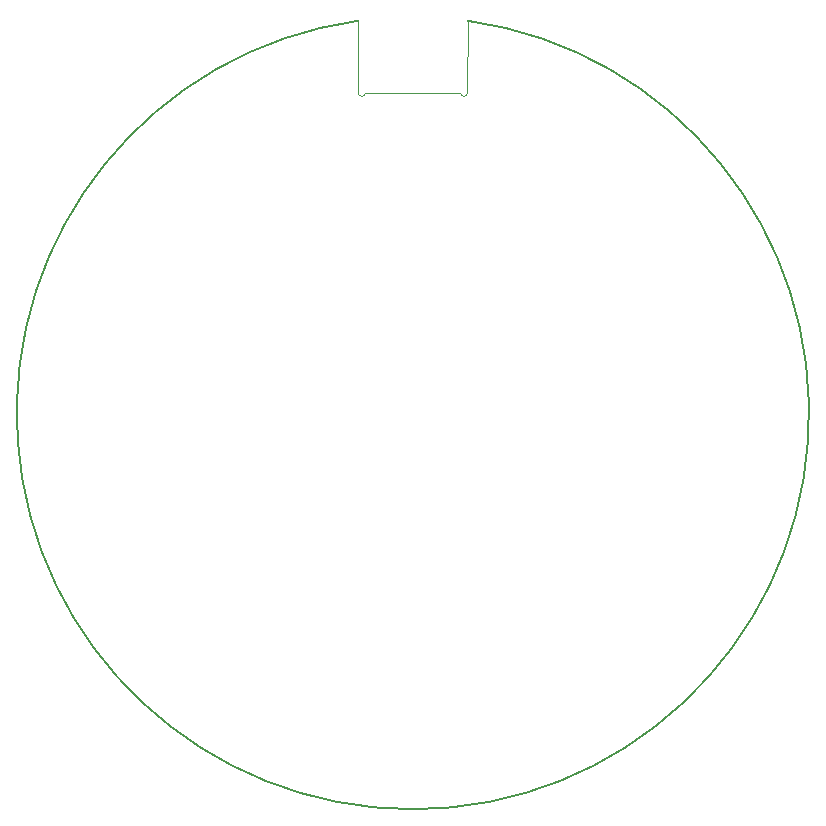
<source format=gbr>
%TF.GenerationSoftware,KiCad,Pcbnew,(7.0.0-0)*%
%TF.CreationDate,2023-04-23T04:16:38-05:00*%
%TF.ProjectId,RP2040_minimal,52503230-3430-45f6-9d69-6e696d616c2e,REV1*%
%TF.SameCoordinates,Original*%
%TF.FileFunction,Profile,NP*%
%FSLAX46Y46*%
G04 Gerber Fmt 4.6, Leading zero omitted, Abs format (unit mm)*
G04 Created by KiCad (PCBNEW (7.0.0-0)) date 2023-04-23 04:16:38*
%MOMM*%
%LPD*%
G01*
G04 APERTURE LIST*
%TA.AperFunction,Profile*%
%ADD10C,0.150000*%
%TD*%
%TA.AperFunction,Profile*%
%ADD11C,0.120000*%
%TD*%
G04 APERTURE END LIST*
D10*
X-4625000Y33619998D02*
G75*
G03*
X4625000Y33619999I4625004J-33218276D01*
G01*
D11*
%TO.C,P1*%
X4620000Y27520000D02*
X4625000Y33620000D01*
X4025000Y27495000D02*
X-4025000Y27495000D01*
X-4620000Y27520000D02*
X-4625000Y33620000D01*
X4025000Y27495000D02*
G75*
G03*
X4620000Y27520000I297500J12500D01*
G01*
X-4620000Y27520000D02*
G75*
G03*
X-4025000Y27495000I297500J-12500D01*
G01*
%TD*%
M02*

</source>
